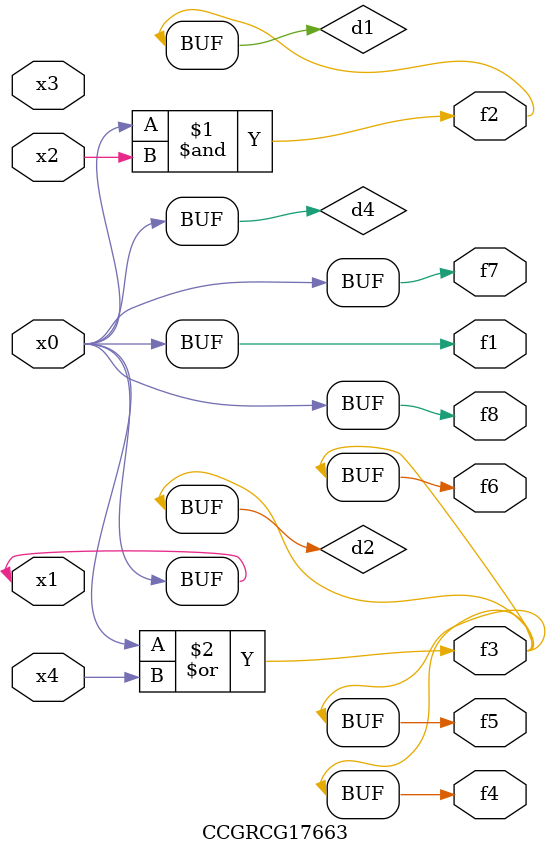
<source format=v>
module CCGRCG17663(
	input x0, x1, x2, x3, x4,
	output f1, f2, f3, f4, f5, f6, f7, f8
);

	wire d1, d2, d3, d4;

	and (d1, x0, x2);
	or (d2, x0, x4);
	nand (d3, x0, x2);
	buf (d4, x0, x1);
	assign f1 = d4;
	assign f2 = d1;
	assign f3 = d2;
	assign f4 = d2;
	assign f5 = d2;
	assign f6 = d2;
	assign f7 = d4;
	assign f8 = d4;
endmodule

</source>
